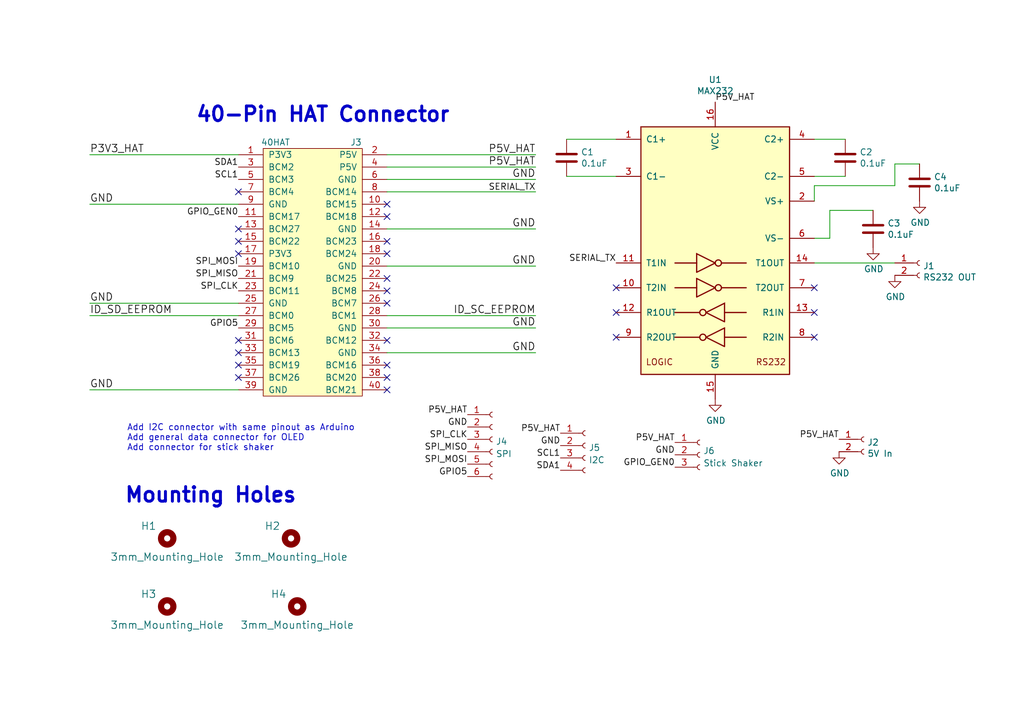
<source format=kicad_sch>
(kicad_sch (version 20211123) (generator eeschema)
  (paper "A5")
  (title_block (title "Raspberry Pi HAT") (date "27 December 2022") (rev "A"))
  (lib_symbols
    (symbol "Connector:Conn_01x02_Female" (pin_names (offset 1.016) hide)
      (property "Reference" "J" (at 0 2.54 0))
      (property "Value" "Conn_01x02_Female" (at 0 -5.08 0))
      (symbol "Conn_01x02_Female_1_1"
        (arc (start 0 -2.032) (mid -0.508 -2.54) (end 0 -3.048) (stroke (width 0.1524)))
        (polyline (pts (xy -1.27 -2.54) (xy -0.508 -2.54)) (stroke (width 0.1524)))
        (polyline (pts (xy -1.27 0) (xy -0.508 0)) (stroke (width 0.1524)))
        (arc (start 0 0.508) (mid -0.508 0) (end 0 -0.508) (stroke (width 0.1524)))
        (pin passive line (at -5.08 0 0) (length 3.81) (name "Pin_1") (number "1"))
        (pin passive line (at -5.08 -2.54 0) (length 3.81) (name "Pin_2") (number "2"))
      )
    )
    (symbol "Connector:Conn_01x03_Female" (pin_names (offset 1.016) hide)
      (property "Reference" "J" (at 0 5.08 0))
      (property "Value" "Conn_01x03_Female" (at 0 -5.08 0))
      (symbol "Conn_01x03_Female_1_1"
        (arc (start 0 -2.032) (mid -0.508 -2.54) (end 0 -3.048) (stroke (width 0.1524)))
        (polyline (pts (xy -1.27 -2.54) (xy -0.508 -2.54)) (stroke (width 0.1524)))
        (polyline (pts (xy -1.27 0) (xy -0.508 0)) (stroke (width 0.1524)))
        (polyline (pts (xy -1.27 2.54) (xy -0.508 2.54)) (stroke (width 0.1524)))
        (arc (start 0 0.508) (mid -0.508 0) (end 0 -0.508) (stroke (width 0.1524)))
        (arc (start 0 3.048) (mid -0.508 2.54) (end 0 2.032) (stroke (width 0.1524)))
        (pin passive line (at -5.08 2.54 0) (length 3.81) (name "Pin_1") (number "1"))
        (pin passive line (at -5.08 0 0) (length 3.81) (name "Pin_2") (number "2"))
        (pin passive line (at -5.08 -2.54 0) (length 3.81) (name "Pin_3") (number "3"))
      )
    )
    (symbol "Connector:Conn_01x04_Female" (pin_names (offset 1.016) hide)
      (property "Reference" "J" (at 0 5.08 0))
      (property "Value" "Conn_01x04_Female" (at 0 -7.62 0))
      (symbol "Conn_01x04_Female_1_1"
        (arc (start 0 -4.572) (mid -0.508 -5.08) (end 0 -5.588) (stroke (width 0.1524)))
        (arc (start 0 -2.032) (mid -0.508 -2.54) (end 0 -3.048) (stroke (width 0.1524)))
        (polyline (pts (xy -1.27 -5.08) (xy -0.508 -5.08)) (stroke (width 0.1524)))
        (polyline (pts (xy -1.27 -2.54) (xy -0.508 -2.54)) (stroke (width 0.1524)))
        (polyline (pts (xy -1.27 0) (xy -0.508 0)) (stroke (width 0.1524)))
        (polyline (pts (xy -1.27 2.54) (xy -0.508 2.54)) (stroke (width 0.1524)))
        (arc (start 0 0.508) (mid -0.508 0) (end 0 -0.508) (stroke (width 0.1524)))
        (arc (start 0 3.048) (mid -0.508 2.54) (end 0 2.032) (stroke (width 0.1524)))
        (pin passive line (at -5.08 2.54 0) (length 3.81) (name "Pin_1") (number "1"))
        (pin passive line (at -5.08 0 0) (length 3.81) (name "Pin_2") (number "2"))
        (pin passive line (at -5.08 -2.54 0) (length 3.81) (name "Pin_3") (number "3"))
        (pin passive line (at -5.08 -5.08 0) (length 3.81) (name "Pin_4") (number "4"))
      )
    )
    (symbol "Connector:Conn_01x06_Female" (pin_names (offset 1.016) hide)
      (property "Reference" "J" (at 0 7.62 0))
      (property "Value" "Conn_01x06_Female" (at 0 -10.16 0))
      (symbol "Conn_01x06_Female_1_1"
        (arc (start 0 -7.112) (mid -0.508 -7.62) (end 0 -8.128) (stroke (width 0.1524)))
        (arc (start 0 -4.572) (mid -0.508 -5.08) (end 0 -5.588) (stroke (width 0.1524)))
        (arc (start 0 -2.032) (mid -0.508 -2.54) (end 0 -3.048) (stroke (width 0.1524)))
        (polyline (pts (xy -1.27 -7.62) (xy -0.508 -7.62)) (stroke (width 0.1524)))
        (polyline (pts (xy -1.27 -5.08) (xy -0.508 -5.08)) (stroke (width 0.1524)))
        (polyline (pts (xy -1.27 -2.54) (xy -0.508 -2.54)) (stroke (width 0.1524)))
        (polyline (pts (xy -1.27 0) (xy -0.508 0)) (stroke (width 0.1524)))
        (polyline (pts (xy -1.27 2.54) (xy -0.508 2.54)) (stroke (width 0.1524)))
        (polyline (pts (xy -1.27 5.08) (xy -0.508 5.08)) (stroke (width 0.1524)))
        (arc (start 0 0.508) (mid -0.508 0) (end 0 -0.508) (stroke (width 0.1524)))
        (arc (start 0 3.048) (mid -0.508 2.54) (end 0 2.032) (stroke (width 0.1524)))
        (arc (start 0 5.588) (mid -0.508 5.08) (end 0 4.572) (stroke (width 0.1524)))
        (pin passive line (at -5.08 5.08 0) (length 3.81) (name "Pin_1") (number "1"))
        (pin passive line (at -5.08 2.54 0) (length 3.81) (name "Pin_2") (number "2"))
        (pin passive line (at -5.08 0 0) (length 3.81) (name "Pin_3") (number "3"))
        (pin passive line (at -5.08 -2.54 0) (length 3.81) (name "Pin_4") (number "4"))
        (pin passive line (at -5.08 -5.08 0) (length 3.81) (name "Pin_5") (number "5"))
        (pin passive line (at -5.08 -7.62 0) (length 3.81) (name "Pin_6") (number "6"))
      )
    )
    (symbol "Device:C" (pin_numbers hide) (pin_names (offset 0.254))
      (property "Reference" "C" (at 0.635 2.54 0))
      (property "Value" "C" (at 0.635 -2.54 0))
      (symbol "C_0_1"
        (polyline (pts (xy -2.032 -0.762) (xy 2.032 -0.762)) (stroke (width 0.508)))
        (polyline (pts (xy -2.032 0.762) (xy 2.032 0.762)) (stroke (width 0.508)))
      )
      (symbol "C_1_1"
        (pin passive line (at 0 3.81 270) (length 2.794) (name "~") (number "1"))
        (pin passive line (at 0 -3.81 90) (length 2.794) (name "~") (number "2"))
      )
    )
    (symbol "Interface_UART:MAX232" (pin_names (offset 1.016))
      (property "Reference" "U" (at -2.54 28.575 0))
      (property "Value" "MAX232" (at -2.54 26.67 0))
      (symbol "MAX232_0_0"
        (text "LOGIC" (at -11.43 -22.86 0) (effects (font (size 1.27 1.27))))
        (text "RS232" (at 11.43 -22.86 0) (effects (font (size 1.27 1.27))))
      )
      (symbol "MAX232_0_1"
        (rectangle (start -15.24 -25.4) (end 15.24 25.4) (stroke (width 0.254)) (fill (type background)))
        (circle (center -2.54 -17.78) (radius 0.635) (stroke (width 0.254)))
        (circle (center -2.54 -12.7) (radius 0.635) (stroke (width 0.254)))
        (polyline (pts (xy -3.81 -7.62) (xy -8.255 -7.62)) (stroke (width 0.254)))
        (polyline (pts (xy -3.81 -2.54) (xy -8.255 -2.54)) (stroke (width 0.254)))
        (polyline (pts (xy -3.175 -17.78) (xy -8.255 -17.78)) (stroke (width 0.254)))
        (polyline (pts (xy -3.175 -12.7) (xy -8.255 -12.7)) (stroke (width 0.254)))
        (polyline (pts (xy 1.27 -7.62) (xy 6.35 -7.62)) (stroke (width 0.254)))
        (polyline (pts (xy 1.27 -2.54) (xy 6.35 -2.54)) (stroke (width 0.254)))
        (polyline (pts (xy 1.905 -17.78) (xy 6.35 -17.78)) (stroke (width 0.254)))
        (polyline (pts (xy 1.905 -12.7) (xy 6.35 -12.7)) (stroke (width 0.254)))
        (polyline (pts (xy -3.81 -5.715) (xy -3.81 -9.525) (xy 0 -7.62) (xy -3.81 -5.715)) (stroke (width 0.254)))
        (polyline (pts (xy -3.81 -0.635) (xy -3.81 -4.445) (xy 0 -2.54) (xy -3.81 -0.635)) (stroke (width 0.254)))
        (polyline (pts (xy 1.905 -15.875) (xy 1.905 -19.685) (xy -1.905 -17.78) (xy 1.905 -15.875)) (stroke (width 0.254)))
        (polyline (pts (xy 1.905 -10.795) (xy 1.905 -14.605) (xy -1.905 -12.7) (xy 1.905 -10.795)) (stroke (width 0.254)))
        (circle (center 0.635 -7.62) (radius 0.635) (stroke (width 0.254)))
        (circle (center 0.635 -2.54) (radius 0.635) (stroke (width 0.254)))
      )
      (symbol "MAX232_1_1"
        (pin passive line (at -20.32 22.86 0) (length 5.08) (name "C1+") (number "1"))
        (pin input line (at -20.32 -7.62 0) (length 5.08) (name "T2IN") (number "10"))
        (pin input line (at -20.32 -2.54 0) (length 5.08) (name "T1IN") (number "11"))
        (pin output line (at -20.32 -12.7 0) (length 5.08) (name "R1OUT") (number "12"))
        (pin input line (at 20.32 -12.7 180) (length 5.08) (name "R1IN") (number "13"))
        (pin output line (at 20.32 -2.54 180) (length 5.08) (name "T1OUT") (number "14"))
        (pin power_in line (at 0 -30.48 90) (length 5.08) (name "GND") (number "15"))
        (pin power_in line (at 0 30.48 270) (length 5.08) (name "VCC") (number "16"))
        (pin power_out line (at 20.32 10.16 180) (length 5.08) (name "VS+") (number "2"))
        (pin passive line (at -20.32 15.24 0) (length 5.08) (name "C1-") (number "3"))
        (pin passive line (at 20.32 22.86 180) (length 5.08) (name "C2+") (number "4"))
        (pin passive line (at 20.32 15.24 180) (length 5.08) (name "C2-") (number "5"))
        (pin power_out line (at 20.32 2.54 180) (length 5.08) (name "VS-") (number "6"))
        (pin output line (at 20.32 -7.62 180) (length 5.08) (name "T2OUT") (number "7"))
        (pin input line (at 20.32 -17.78 180) (length 5.08) (name "R2IN") (number "8"))
        (pin output line (at -20.32 -17.78 0) (length 5.08) (name "R2OUT") (number "9"))
      )
    )
    (symbol "Mechanical:MountingHole" (pin_names (offset 1.016))
      (property "Reference" "H" (at 0 5.08 0))
      (property "Value" "MountingHole" (at 0 3.175 0))
      (symbol "MountingHole_0_1"
        (circle (center 0 0) (radius 1.27) (stroke (width 1.27)))
      )
    )
    (symbol "power:GND" (power) (pin_names (offset 0))
      (property "Value" "GND" (at 0 -3.81 0))
      (symbol "GND_0_1"
        (polyline (pts (xy 0 0) (xy 0 -1.27) (xy 1.27 -1.27) (xy 0 -2.54) (xy -1.27 -1.27) (xy 0 -1.27)))
      )
      (symbol "GND_1_1"
        (pin power_in line (at 0 0 270) (length 0) hide (name "GND") (number "1"))
      )
    )
    (symbol "raspberrypi_hat:OX40HAT" (pin_names (offset 1.016))
      (property "Reference" "J" (at 8.89 2.54 0))
      (property "Value" "OX40HAT" (at -7.62 2.54 0))
      (symbol "OX40HAT_0_1"
        (rectangle (start -10.16 1.27) (end 10.16 -49.53) (fill (type background)))
      )
      (symbol "OX40HAT_1_1"
        (pin bidirectional line (at -15.24 0 0) (length 5.08) (name "P3V3") (number "1"))
        (pin bidirectional line (at 15.24 -10.16 180) (length 5.08) (name "BCM15") (number "10"))
        (pin bidirectional line (at -15.24 -12.7 0) (length 5.08) (name "BCM17") (number "11"))
        (pin bidirectional line (at 15.24 -12.7 180) (length 5.08) (name "BCM18") (number "12"))
        (pin bidirectional line (at -15.24 -15.24 0) (length 5.08) (name "BCM27") (number "13"))
        (pin bidirectional line (at 15.24 -15.24 180) (length 5.08) (name "GND") (number "14"))
        (pin bidirectional line (at -15.24 -17.78 0) (length 5.08) (name "BCM22") (number "15"))
        (pin bidirectional line (at 15.24 -17.78 180) (length 5.08) (name "BCM23") (number "16"))
        (pin bidirectional line (at -15.24 -20.32 0) (length 5.08) (name "P3V3") (number "17"))
        (pin bidirectional line (at 15.24 -20.32 180) (length 5.08) (name "BCM24") (number "18"))
        (pin bidirectional line (at -15.24 -22.86 0) (length 5.08) (name "BCM10") (number "19"))
        (pin bidirectional line (at 15.24 0 180) (length 5.08) (name "P5V") (number "2"))
        (pin bidirectional line (at 15.24 -22.86 180) (length 5.08) (name "GND") (number "20"))
        (pin bidirectional line (at -15.24 -25.4 0) (length 5.08) (name "BCM9") (number "21"))
        (pin bidirectional line (at 15.24 -25.4 180) (length 5.08) (name "BCM25") (number "22"))
        (pin bidirectional line (at -15.24 -27.94 0) (length 5.08) (name "BCM11") (number "23"))
        (pin bidirectional line (at 15.24 -27.94 180) (length 5.08) (name "BCM8") (number "24"))
        (pin bidirectional line (at -15.24 -30.48 0) (length 5.08) (name "GND") (number "25"))
        (pin bidirectional line (at 15.24 -30.48 180) (length 5.08) (name "BCM7") (number "26"))
        (pin bidirectional line (at -15.24 -33.02 0) (length 5.08) (name "BCM0") (number "27"))
        (pin bidirectional line (at 15.24 -33.02 180) (length 5.08) (name "BCM1") (number "28"))
        (pin bidirectional line (at -15.24 -35.56 0) (length 5.08) (name "BCM5") (number "29"))
        (pin bidirectional line (at -15.24 -2.54 0) (length 5.08) (name "BCM2") (number "3"))
        (pin bidirectional line (at 15.24 -35.56 180) (length 5.08) (name "GND") (number "30"))
        (pin bidirectional line (at -15.24 -38.1 0) (length 5.08) (name "BCM6") (number "31"))
        (pin bidirectional line (at 15.24 -38.1 180) (length 5.08) (name "BCM12") (number "32"))
        (pin bidirectional line (at -15.24 -40.64 0) (length 5.08) (name "BCM13") (number "33"))
        (pin bidirectional line (at 15.24 -40.64 180) (length 5.08) (name "GND") (number "34"))
        (pin bidirectional line (at -15.24 -43.18 0) (length 5.08) (name "BCM19") (number "35"))
        (pin bidirectional line (at 15.24 -43.18 180) (length 5.08) (name "BCM16") (number "36"))
        (pin bidirectional line (at -15.24 -45.72 0) (length 5.08) (name "BCM26") (number "37"))
        (pin bidirectional line (at 15.24 -45.72 180) (length 5.08) (name "BCM20") (number "38"))
        (pin bidirectional line (at -15.24 -48.26 0) (length 5.08) (name "GND") (number "39"))
        (pin bidirectional line (at 15.24 -2.54 180) (length 5.08) (name "P5V") (number "4"))
        (pin bidirectional line (at 15.24 -48.26 180) (length 5.08) (name "BCM21") (number "40"))
        (pin bidirectional line (at -15.24 -5.08 0) (length 5.08) (name "BCM3") (number "5"))
        (pin bidirectional line (at 15.24 -5.08 180) (length 5.08) (name "GND") (number "6"))
        (pin bidirectional line (at -15.24 -7.62 0) (length 5.08) (name "BCM4") (number "7"))
        (pin bidirectional line (at 15.24 -7.62 180) (length 5.08) (name "BCM14") (number "8"))
        (pin bidirectional line (at -15.24 -10.16 0) (length 5.08) (name "GND") (number "9"))
      )
    )
  )
  (no_connect (at 126.365 69.215))
  (no_connect (at 126.365 59.055))
  (no_connect (at 126.365 64.135))
  (no_connect (at 167.005 59.055))
  (no_connect (at 167.005 69.215))
  (no_connect (at 167.005 64.135))
  (no_connect (at 79.375 80.01))
  (no_connect (at 79.375 62.23))
  (no_connect (at 79.375 59.69))
  (no_connect (at 48.895 69.85))
  (no_connect (at 48.895 39.37))
  (no_connect (at 48.895 46.99))
  (no_connect (at 79.375 74.93))
  (no_connect (at 79.375 77.47))
  (no_connect (at 48.895 77.47))
  (no_connect (at 48.895 74.93))
  (no_connect (at 48.895 72.39))
  (no_connect (at 79.375 69.85))
  (no_connect (at 79.375 41.91))
  (no_connect (at 79.375 44.45))
  (no_connect (at 79.375 49.53))
  (no_connect (at 79.375 52.07))
  (no_connect (at 79.375 57.15))
  (no_connect (at 48.895 52.07))
  (no_connect (at 48.895 49.53))
  (wire (pts (xy 79.375 34.29) (xy 109.855 34.29)))
  (wire (pts (xy 79.375 46.99) (xy 109.855 46.99)))
  (wire (pts (xy 173.355 28.575) (xy 167.005 28.575)))
  (wire (pts (xy 79.375 72.39) (xy 109.855 72.39)))
  (wire (pts (xy 79.375 36.83) (xy 109.855 36.83)))
  (wire (pts (xy 79.375 31.75) (xy 109.855 31.75)))
  (wire (pts (xy 173.355 36.195) (xy 167.005 36.195)))
  (wire (pts (xy 48.895 80.01) (xy 18.415 80.01)))
  (wire (pts (xy 188.595 33.655) (xy 183.515 33.655)))
  (wire (pts (xy 167.005 48.895) (xy 170.18 48.895)))
  (wire (pts (xy 48.895 41.91) (xy 18.415 41.91)))
  (wire (pts (xy 48.895 64.77) (xy 18.415 64.77)))
  (wire (pts (xy 79.375 64.77) (xy 109.855 64.77)))
  (wire (pts (xy 167.005 38.1) (xy 167.005 41.275)))
  (wire (pts (xy 48.895 62.23) (xy 18.415 62.23)))
  (wire (pts (xy 79.375 39.37) (xy 109.855 39.37)))
  (wire (pts (xy 126.365 36.195) (xy 116.205 36.195)))
  (wire (pts (xy 79.375 67.31) (xy 109.855 67.31)))
  (wire (pts (xy 79.375 54.61) (xy 109.855 54.61)))
  (wire (pts (xy 183.515 33.655) (xy 183.515 38.1)))
  (wire (pts (xy 170.18 43.18) (xy 179.07 43.18)))
  (wire (pts (xy 126.365 28.575) (xy 116.205 28.575)))
  (wire (pts (xy 170.18 48.895) (xy 170.18 43.18)))
  (wire (pts (xy 167.005 53.975) (xy 183.515 53.975)))
  (wire (pts (xy 48.895 31.75) (xy 18.415 31.75)))
  (wire (pts (xy 183.515 38.1) (xy 167.005 38.1)))
  (text "Mounting Holes" (at 25.4 103.505 0) (effects (font (size 2.9972 2.9972) (thickness 0.5994) bold) (justify left bottom)))
  (text "Add I2C connector with same pinout as Arduino\nAdd general data connector for OLED\nAdd connector for stick shaker" (at 26.035 92.71 0) (effects (font (size 1.27 1.27)) (justify left bottom)))
  (text "40-Pin HAT Connector" (at 40.005 25.4 0) (effects (font (size 2.9972 2.9972) (thickness 0.5994) bold) (justify left bottom)))
  (label "GND" (at 109.855 72.39 180) (effects (font (size 1.524 1.524))))
  (label "P5V_HAT" (at 146.685 20.955 0))
  (label "SPI_MISO" (at 48.895 57.15 180))
  (label "GPIO5" (at 95.885 97.79 180))
  (label "GND" (at 109.855 36.83 180) (effects (font (size 1.524 1.524))))
  (label "SPI_MOSI" (at 48.895 54.61 180))
  (label "GND" (at 95.885 87.63 180))
  (label "ID_SD_EEPROM" (at 18.415 64.77 0) (effects (font (size 1.524 1.524))))
  (label "SDA1" (at 48.895 34.29 180))
  (label "ID_SC_EEPROM" (at 109.855 64.77 180) (effects (font (size 1.524 1.524))))
  (label "SDA1" (at 114.935 96.52 180))
  (label "GPIO_GEN0" (at 138.43 95.885 180))
  (label "SPI_CLK" (at 95.885 90.17 180))
  (label "GND" (at 138.43 93.345 180))
  (label "GND" (at 109.855 46.99 180) (effects (font (size 1.524 1.524))))
  (label "P5V_HAT" (at 109.855 34.29 180) (effects (font (size 1.524 1.524))))
  (label "GPIO_GEN0" (at 48.895 44.45 180))
  (label "GPIO5" (at 48.895 67.31 180))
  (label "SPI_CLK" (at 48.895 59.69 180))
  (label "P5V_HAT" (at 172.085 90.17 180))
  (label "P5V_HAT" (at 138.43 90.805 180))
  (label "GND" (at 18.415 80.01 0) (effects (font (size 1.524 1.524))))
  (label "P5V_HAT" (at 114.935 88.9 180))
  (label "SERIAL_TX" (at 126.365 53.975 180))
  (label "P5V_HAT" (at 109.855 31.75 180) (effects (font (size 1.524 1.524))))
  (label "SPI_MOSI" (at 95.885 95.25 180))
  (label "GND" (at 109.855 67.31 180) (effects (font (size 1.524 1.524))))
  (label "GND" (at 114.935 91.44 180))
  (label "P3V3_HAT" (at 18.415 31.75 0) (effects (font (size 1.524 1.524))))
  (label "P5V_HAT" (at 95.885 85.09 180))
  (label "GND" (at 18.415 62.23 0) (effects (font (size 1.524 1.524))))
  (label "SCL1" (at 48.895 36.83 180))
  (label "GND" (at 109.855 54.61 180) (effects (font (size 1.524 1.524))))
  (label "SERIAL_TX" (at 109.855 39.37 180))
  (label "GND" (at 18.415 41.91 0) (effects (font (size 1.524 1.524))))
  (label "SCL1" (at 114.935 93.98 180))
  (label "SPI_MISO" (at 95.885 92.71 180))
  (symbol (lib_id "Mechanical:MountingHole") (at 34.29 110.49 0) (unit 1)
    (property "Reference" "H1" (at 30.48 107.95 0) (effects (font (size 1.524 1.524))))
    (property "Value" "3mm_Mounting_Hole" (at 34.29 114.3 0) (effects (font (size 1.524 1.524))))
    (property "Footprint" "project_footprints:NPTH_3mm_ID" (effects hide))
  )
  (symbol (lib_id "Mechanical:MountingHole") (at 59.69 110.49 0) (unit 1)
    (property "Reference" "H2" (at 55.88 107.95 0) (effects (font (size 1.524 1.524))))
    (property "Value" "3mm_Mounting_Hole" (at 59.69 114.3 0) (effects (font (size 1.524 1.524))))
    (property "Footprint" "project_footprints:NPTH_3mm_ID" (effects hide))
  )
  (symbol (lib_id "Mechanical:MountingHole") (at 34.29 124.46 0) (unit 1)
    (property "Reference" "H3" (at 30.48 121.92 0) (effects (font (size 1.524 1.524))))
    (property "Value" "3mm_Mounting_Hole" (at 34.29 128.27 0) (effects (font (size 1.524 1.524))))
    (property "Footprint" "project_footprints:NPTH_3mm_ID" (effects hide))
  )
  (symbol (lib_id "Mechanical:MountingHole") (at 60.96 124.46 0) (unit 1)
    (property "Reference" "H4" (at 57.15 121.92 0) (effects (font (size 1.524 1.524))))
    (property "Value" "3mm_Mounting_Hole" (at 60.96 128.27 0) (effects (font (size 1.524 1.524))))
    (property "Footprint" "project_footprints:NPTH_3mm_ID" (effects hide))
  )
  (symbol (lib_id "raspberrypi_hat:OX40HAT") (at 64.135 31.75 0) (unit 1)
    (property "Reference" "J3" (at 73.025 29.21 0))
    (property "Value" "40HAT" (at 56.515 29.21 0))
    (property "Footprint" "Connector_PinSocket_2.54mm:PinSocket_2x20_P2.54mm_Vertical" (effects hide))
  )
  (symbol (lib_id "Interface_UART:MAX232") (at 146.685 51.435 0) (unit 1)
    (property "Reference" "U1" (at 146.685 16.3576 0))
    (property "Value" "MAX232" (at 146.685 18.669 0))
    (property "Footprint" "Package_DIP:DIP-16_W7.62mm" (effects hide))
    (property "Datasheet" "http://www.ti.com/lit/ds/symlink/max232.pdf" (effects hide))
  )
  (symbol (lib_id "Device:C") (at 116.205 32.385 0) (unit 1)
    (property "Reference" "C1" (at 119.126 31.2166 0) (effects (justify left)))
    (property "Value" "0.1uF" (at 119.126 33.528 0) (effects (justify left)))
    (property "Footprint" "Capacitor_THT:C_Disc_D4.3mm_W1.9mm_P5.00mm" (effects hide))
  )
  (symbol (lib_id "Device:C") (at 173.355 32.385 0) (unit 1)
    (property "Reference" "C2" (at 176.276 31.2166 0) (effects (justify left)))
    (property "Value" "0.1uF" (at 176.276 33.528 0) (effects (justify left)))
    (property "Footprint" "Capacitor_THT:C_Disc_D4.3mm_W1.9mm_P5.00mm" (effects hide))
  )
  (symbol (lib_id "power:GND") (at 146.685 81.915 0) (unit 1)
    (property "Reference" "#PWR03" (effects hide))
    (property "Value" "GND" (at 146.812 86.3092 0))
  )
  (symbol (lib_id "Connector:Conn_01x02_Female") (at 177.165 90.17 0) (unit 1)
    (property "Reference" "J2" (at 177.8762 90.7796 0) (effects (justify left)))
    (property "Value" "5V In" (at 177.8762 93.091 0) (effects (justify left)))
    (property "Footprint" "PT_Library_v001:Molex_1x02_P2.54mm_Vertical" (effects hide))
  )
  (symbol (lib_id "power:GND") (at 172.085 92.71 0) (unit 1)
    (property "Reference" "#PWR02" (effects hide))
    (property "Value" "GND" (at 172.212 97.1042 0))
  )
  (symbol (lib_id "Connector:Conn_01x02_Female") (at 188.595 53.975 0) (unit 1)
    (property "Reference" "J1" (at 189.3062 54.5846 0) (effects (justify left)))
    (property "Value" "RS232 OUT" (at 189.3062 56.896 0) (effects (justify left)))
    (property "Footprint" "PT_Library_v001:Molex_1x02_P2.54mm_Vertical" (effects hide))
  )
  (symbol (lib_id "power:GND") (at 183.515 56.515 0) (unit 1)
    (property "Reference" "#PWR01" (effects hide))
    (property "Value" "GND" (at 183.642 60.9092 0))
  )
  (symbol (lib_id "Connector:Conn_01x03_Female") (at 143.51 93.345 0) (unit 1)
    (property "Reference" "J6" (at 144.2212 92.5103 0) (effects (justify left)))
    (property "Value" "Stick Shaker" (at 144.2212 95.0472 0) (effects (justify left)))
    (property "Footprint" "Connector_Molex:Molex_KK-254_AE-6410-03A_1x03_P2.54mm_Vertical" (effects hide))
  )
  (symbol (lib_id "power:GND") (at 188.595 41.275 0) (unit 1)
    (property "Reference" "#PWR05" (effects hide))
    (property "Value" "GND" (at 188.722 45.6692 0))
  )
  (symbol (lib_id "Device:C") (at 188.595 37.465 0) (unit 1)
    (property "Reference" "C4" (at 191.516 36.2966 0) (effects (justify left)))
    (property "Value" "0.1uF" (at 191.516 38.608 0) (effects (justify left)))
    (property "Footprint" "Capacitor_THT:C_Disc_D4.3mm_W1.9mm_P5.00mm" (effects hide))
  )
  (symbol (lib_id "Connector:Conn_01x04_Female") (at 120.015 91.44 0) (unit 1)
    (property "Reference" "J5" (at 120.7262 91.8753 0) (effects (justify left)))
    (property "Value" "I2C" (at 120.7262 94.4122 0) (effects (justify left)))
    (property "Footprint" "Connector_Molex:Molex_KK-254_AE-6410-04A_1x04_P2.54mm_Vertical" (effects hide))
  )
  (symbol (lib_id "Connector:Conn_01x06_Female") (at 100.965 90.17 0) (unit 1)
    (property "Reference" "J4" (at 101.6762 90.6053 0) (effects (justify left)))
    (property "Value" "SPI" (at 101.6762 93.1422 0) (effects (justify left)))
    (property "Footprint" "Connector_Molex:Molex_KK-254_AE-6410-06A_1x06_P2.54mm_Vertical" (effects hide))
  )
  (symbol (lib_id "power:GND") (at 179.07 50.8 0) (unit 1)
    (property "Reference" "#PWR04" (effects hide))
    (property "Value" "GND" (at 179.197 55.1942 0))
  )
  (symbol (lib_id "Device:C") (at 179.07 46.99 0) (unit 1)
    (property "Reference" "C3" (at 181.991 45.8216 0) (effects (justify left)))
    (property "Value" "0.1uF" (at 181.991 48.133 0) (effects (justify left)))
    (property "Footprint" "Capacitor_THT:C_Disc_D4.3mm_W1.9mm_P5.00mm" (effects hide))
  )
)
</source>
